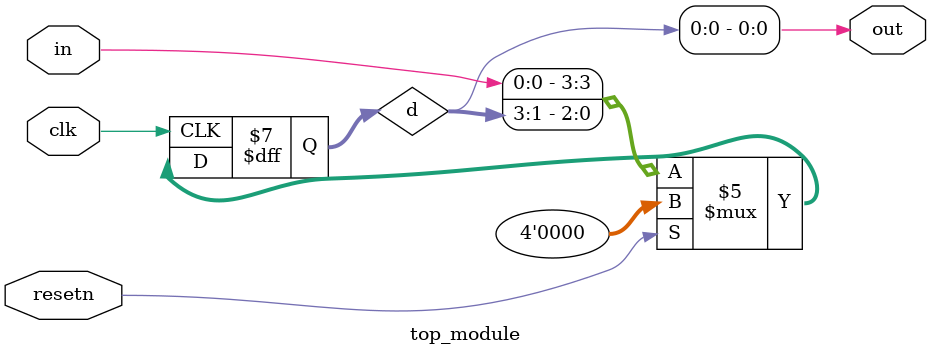
<source format=sv>
module top_module (
	input clk,
	input resetn,
	input in,
	output out
);

reg [3:0] d;
wire reset;

assign reset = ~resetn;

assign out = d[0];

always @(posedge clk) begin
	if (!reset)
		d <= 4'b0;
	else
		d <= {in, d[3:1]};
end

endmodule

</source>
